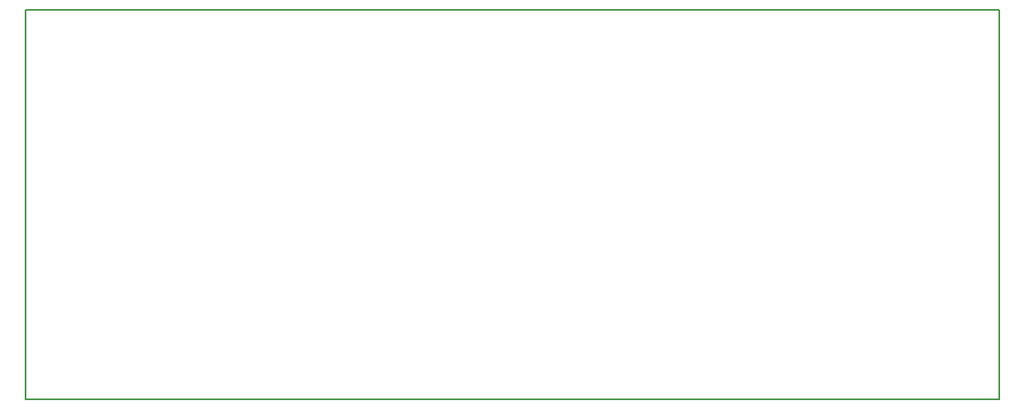
<source format=gko>
G04 Layer_Color=16711935*
%FSLAX24Y24*%
%MOIN*%
G70*
G01*
G75*
%ADD31C,0.0079*%
D31*
X-0Y-0D02*
X39370D01*
Y15748D01*
X-0D02*
X39370D01*
X-0Y-0D02*
Y15748D01*
M02*

</source>
